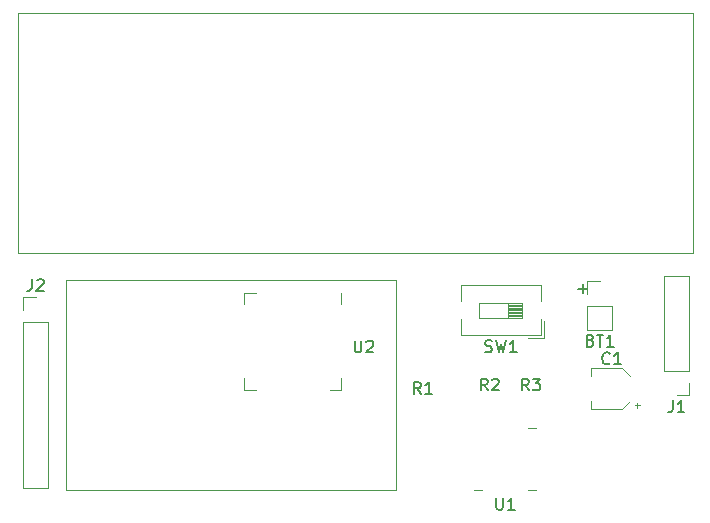
<source format=gbr>
G04 #@! TF.GenerationSoftware,KiCad,Pcbnew,5.1.5+dfsg1-2build2*
G04 #@! TF.CreationDate,2020-09-26T20:23:03-04:00*
G04 #@! TF.ProjectId,ece477,65636534-3737-42e6-9b69-6361645f7063,rev?*
G04 #@! TF.SameCoordinates,Original*
G04 #@! TF.FileFunction,Legend,Top*
G04 #@! TF.FilePolarity,Positive*
%FSLAX46Y46*%
G04 Gerber Fmt 4.6, Leading zero omitted, Abs format (unit mm)*
G04 Created by KiCad (PCBNEW 5.1.5+dfsg1-2build2) date 2020-09-26 20:23:03*
%MOMM*%
%LPD*%
G04 APERTURE LIST*
%ADD10C,0.120000*%
%ADD11C,0.150000*%
G04 APERTURE END LIST*
D10*
X93790000Y-106820000D02*
X121730000Y-106820000D01*
X121730000Y-106820000D02*
X121730000Y-124600000D01*
X93790000Y-124600000D02*
X93790000Y-106820000D01*
X121730000Y-124600000D02*
X93790000Y-124600000D01*
X146860000Y-84220000D02*
X146860000Y-104540000D01*
X89710000Y-104540000D02*
X89710000Y-84220000D01*
X146860000Y-104540000D02*
X89710000Y-104540000D01*
X89710000Y-84220000D02*
X146860000Y-84220000D01*
X138240000Y-114240000D02*
X138240000Y-114940000D01*
X138240000Y-117760000D02*
X138240000Y-117060000D01*
X140870563Y-117760000D02*
X138240000Y-117760000D01*
X140870563Y-114240000D02*
X138240000Y-114240000D01*
X141570563Y-117060000D02*
X140870563Y-117760000D01*
X141570563Y-114940000D02*
X140870563Y-114240000D01*
X142375000Y-117435000D02*
X142000000Y-117435000D01*
X142187500Y-117622500D02*
X142187500Y-117247500D01*
X146560000Y-106440000D02*
X144440000Y-106440000D01*
X146560000Y-114500000D02*
X146560000Y-106440000D01*
X144440000Y-114500000D02*
X144440000Y-106440000D01*
X146560000Y-114500000D02*
X144440000Y-114500000D01*
X146560000Y-115500000D02*
X146560000Y-116560000D01*
X146560000Y-116560000D02*
X145500000Y-116560000D01*
X137940000Y-106940000D02*
X139000000Y-106940000D01*
X137940000Y-108000000D02*
X137940000Y-106940000D01*
X137940000Y-109000000D02*
X140060000Y-109000000D01*
X140060000Y-109000000D02*
X140060000Y-111060000D01*
X137940000Y-109000000D02*
X137940000Y-111060000D01*
X137940000Y-111060000D02*
X140060000Y-111060000D01*
X90190000Y-124420000D02*
X92310000Y-124420000D01*
X90190000Y-110360000D02*
X90190000Y-124420000D01*
X92310000Y-110360000D02*
X92310000Y-124420000D01*
X90190000Y-110360000D02*
X92310000Y-110360000D01*
X90190000Y-109360000D02*
X90190000Y-108300000D01*
X90190000Y-108300000D02*
X91250000Y-108300000D01*
X134030000Y-111470000D02*
X127210000Y-111470000D01*
X134030000Y-107250000D02*
X127210000Y-107250000D01*
X134030000Y-111470000D02*
X134030000Y-110160000D01*
X134030000Y-108560000D02*
X134030000Y-107250000D01*
X127210000Y-111470000D02*
X127210000Y-110160000D01*
X127210000Y-108560000D02*
X127210000Y-107250000D01*
X134270000Y-111710000D02*
X132887000Y-111710000D01*
X134270000Y-111710000D02*
X134270000Y-110327000D01*
X132430000Y-109995000D02*
X132430000Y-108725000D01*
X132430000Y-108725000D02*
X128810000Y-108725000D01*
X128810000Y-108725000D02*
X128810000Y-109995000D01*
X128810000Y-109995000D02*
X132430000Y-109995000D01*
X132430000Y-109875000D02*
X131223333Y-109875000D01*
X132430000Y-109755000D02*
X131223333Y-109755000D01*
X132430000Y-109635000D02*
X131223333Y-109635000D01*
X132430000Y-109515000D02*
X131223333Y-109515000D01*
X132430000Y-109395000D02*
X131223333Y-109395000D01*
X132430000Y-109275000D02*
X131223333Y-109275000D01*
X132430000Y-109155000D02*
X131223333Y-109155000D01*
X132430000Y-109035000D02*
X131223333Y-109035000D01*
X132430000Y-108915000D02*
X131223333Y-108915000D01*
X132430000Y-108795000D02*
X131223333Y-108795000D01*
X131223333Y-109995000D02*
X131223333Y-108725000D01*
X132935000Y-119390000D02*
X133610000Y-119390000D01*
X129065000Y-124610000D02*
X128390000Y-124610000D01*
X132935000Y-124610000D02*
X133610000Y-124610000D01*
X117110000Y-108865000D02*
X117110000Y-107890000D01*
X108890000Y-116110000D02*
X109865000Y-116110000D01*
X108890000Y-115135000D02*
X108890000Y-116110000D01*
X108890000Y-107890000D02*
X109865000Y-107890000D01*
X108890000Y-108865000D02*
X108890000Y-107890000D01*
X117110000Y-116110000D02*
X116135000Y-116110000D01*
X117110000Y-115135000D02*
X117110000Y-116110000D01*
D11*
X139833333Y-113857142D02*
X139785714Y-113904761D01*
X139642857Y-113952380D01*
X139547619Y-113952380D01*
X139404761Y-113904761D01*
X139309523Y-113809523D01*
X139261904Y-113714285D01*
X139214285Y-113523809D01*
X139214285Y-113380952D01*
X139261904Y-113190476D01*
X139309523Y-113095238D01*
X139404761Y-113000000D01*
X139547619Y-112952380D01*
X139642857Y-112952380D01*
X139785714Y-113000000D01*
X139833333Y-113047619D01*
X140785714Y-113952380D02*
X140214285Y-113952380D01*
X140500000Y-113952380D02*
X140500000Y-112952380D01*
X140404761Y-113095238D01*
X140309523Y-113190476D01*
X140214285Y-113238095D01*
X145166666Y-117012380D02*
X145166666Y-117726666D01*
X145119047Y-117869523D01*
X145023809Y-117964761D01*
X144880952Y-118012380D01*
X144785714Y-118012380D01*
X146166666Y-118012380D02*
X145595238Y-118012380D01*
X145880952Y-118012380D02*
X145880952Y-117012380D01*
X145785714Y-117155238D01*
X145690476Y-117250476D01*
X145595238Y-117298095D01*
X129503333Y-116162380D02*
X129170000Y-115686190D01*
X128931904Y-116162380D02*
X128931904Y-115162380D01*
X129312857Y-115162380D01*
X129408095Y-115210000D01*
X129455714Y-115257619D01*
X129503333Y-115352857D01*
X129503333Y-115495714D01*
X129455714Y-115590952D01*
X129408095Y-115638571D01*
X129312857Y-115686190D01*
X128931904Y-115686190D01*
X129884285Y-115257619D02*
X129931904Y-115210000D01*
X130027142Y-115162380D01*
X130265238Y-115162380D01*
X130360476Y-115210000D01*
X130408095Y-115257619D01*
X130455714Y-115352857D01*
X130455714Y-115448095D01*
X130408095Y-115590952D01*
X129836666Y-116162380D01*
X130455714Y-116162380D01*
X138214285Y-111928571D02*
X138357142Y-111976190D01*
X138404761Y-112023809D01*
X138452380Y-112119047D01*
X138452380Y-112261904D01*
X138404761Y-112357142D01*
X138357142Y-112404761D01*
X138261904Y-112452380D01*
X137880952Y-112452380D01*
X137880952Y-111452380D01*
X138214285Y-111452380D01*
X138309523Y-111500000D01*
X138357142Y-111547619D01*
X138404761Y-111642857D01*
X138404761Y-111738095D01*
X138357142Y-111833333D01*
X138309523Y-111880952D01*
X138214285Y-111928571D01*
X137880952Y-111928571D01*
X138738095Y-111452380D02*
X139309523Y-111452380D01*
X139023809Y-112452380D02*
X139023809Y-111452380D01*
X140166666Y-112452380D02*
X139595238Y-112452380D01*
X139880952Y-112452380D02*
X139880952Y-111452380D01*
X139785714Y-111595238D01*
X139690476Y-111690476D01*
X139595238Y-111738095D01*
X137159047Y-107571428D02*
X137920952Y-107571428D01*
X137540000Y-107952380D02*
X137540000Y-107190476D01*
X90916666Y-106752380D02*
X90916666Y-107466666D01*
X90869047Y-107609523D01*
X90773809Y-107704761D01*
X90630952Y-107752380D01*
X90535714Y-107752380D01*
X91345238Y-106847619D02*
X91392857Y-106800000D01*
X91488095Y-106752380D01*
X91726190Y-106752380D01*
X91821428Y-106800000D01*
X91869047Y-106847619D01*
X91916666Y-106942857D01*
X91916666Y-107038095D01*
X91869047Y-107180952D01*
X91297619Y-107752380D01*
X91916666Y-107752380D01*
X123833333Y-116452380D02*
X123500000Y-115976190D01*
X123261904Y-116452380D02*
X123261904Y-115452380D01*
X123642857Y-115452380D01*
X123738095Y-115500000D01*
X123785714Y-115547619D01*
X123833333Y-115642857D01*
X123833333Y-115785714D01*
X123785714Y-115880952D01*
X123738095Y-115928571D01*
X123642857Y-115976190D01*
X123261904Y-115976190D01*
X124785714Y-116452380D02*
X124214285Y-116452380D01*
X124500000Y-116452380D02*
X124500000Y-115452380D01*
X124404761Y-115595238D01*
X124309523Y-115690476D01*
X124214285Y-115738095D01*
X132993333Y-116162380D02*
X132660000Y-115686190D01*
X132421904Y-116162380D02*
X132421904Y-115162380D01*
X132802857Y-115162380D01*
X132898095Y-115210000D01*
X132945714Y-115257619D01*
X132993333Y-115352857D01*
X132993333Y-115495714D01*
X132945714Y-115590952D01*
X132898095Y-115638571D01*
X132802857Y-115686190D01*
X132421904Y-115686190D01*
X133326666Y-115162380D02*
X133945714Y-115162380D01*
X133612380Y-115543333D01*
X133755238Y-115543333D01*
X133850476Y-115590952D01*
X133898095Y-115638571D01*
X133945714Y-115733809D01*
X133945714Y-115971904D01*
X133898095Y-116067142D01*
X133850476Y-116114761D01*
X133755238Y-116162380D01*
X133469523Y-116162380D01*
X133374285Y-116114761D01*
X133326666Y-116067142D01*
X129286666Y-112874761D02*
X129429523Y-112922380D01*
X129667619Y-112922380D01*
X129762857Y-112874761D01*
X129810476Y-112827142D01*
X129858095Y-112731904D01*
X129858095Y-112636666D01*
X129810476Y-112541428D01*
X129762857Y-112493809D01*
X129667619Y-112446190D01*
X129477142Y-112398571D01*
X129381904Y-112350952D01*
X129334285Y-112303333D01*
X129286666Y-112208095D01*
X129286666Y-112112857D01*
X129334285Y-112017619D01*
X129381904Y-111970000D01*
X129477142Y-111922380D01*
X129715238Y-111922380D01*
X129858095Y-111970000D01*
X130191428Y-111922380D02*
X130429523Y-112922380D01*
X130620000Y-112208095D01*
X130810476Y-112922380D01*
X131048571Y-111922380D01*
X131953333Y-112922380D02*
X131381904Y-112922380D01*
X131667619Y-112922380D02*
X131667619Y-111922380D01*
X131572380Y-112065238D01*
X131477142Y-112160476D01*
X131381904Y-112208095D01*
X130238095Y-125262380D02*
X130238095Y-126071904D01*
X130285714Y-126167142D01*
X130333333Y-126214761D01*
X130428571Y-126262380D01*
X130619047Y-126262380D01*
X130714285Y-126214761D01*
X130761904Y-126167142D01*
X130809523Y-126071904D01*
X130809523Y-125262380D01*
X131809523Y-126262380D02*
X131238095Y-126262380D01*
X131523809Y-126262380D02*
X131523809Y-125262380D01*
X131428571Y-125405238D01*
X131333333Y-125500476D01*
X131238095Y-125548095D01*
X118238095Y-111952380D02*
X118238095Y-112761904D01*
X118285714Y-112857142D01*
X118333333Y-112904761D01*
X118428571Y-112952380D01*
X118619047Y-112952380D01*
X118714285Y-112904761D01*
X118761904Y-112857142D01*
X118809523Y-112761904D01*
X118809523Y-111952380D01*
X119238095Y-112047619D02*
X119285714Y-112000000D01*
X119380952Y-111952380D01*
X119619047Y-111952380D01*
X119714285Y-112000000D01*
X119761904Y-112047619D01*
X119809523Y-112142857D01*
X119809523Y-112238095D01*
X119761904Y-112380952D01*
X119190476Y-112952380D01*
X119809523Y-112952380D01*
M02*

</source>
